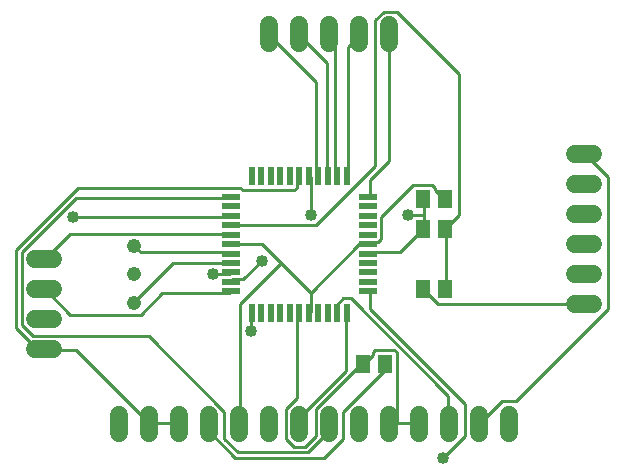
<source format=gbr>
G75*
%MOIN*%
%OFA0B0*%
%FSLAX24Y24*%
%IPPOS*%
%LPD*%
%AMOC8*
5,1,8,0,0,1.08239X$1,22.5*
%
%ADD10R,0.0512X0.0591*%
%ADD11C,0.0600*%
%ADD12C,0.0476*%
%ADD13R,0.0591X0.0197*%
%ADD14R,0.0197X0.0591*%
%ADD15C,0.0100*%
%ADD16C,0.0400*%
D10*
X013726Y015100D03*
X014474Y015100D03*
X015726Y017600D03*
X016474Y017600D03*
X016474Y019600D03*
X015726Y019600D03*
X015726Y020600D03*
X016474Y020600D03*
D11*
X020800Y020100D02*
X021400Y020100D01*
X021400Y019100D02*
X020800Y019100D01*
X020800Y018100D02*
X021400Y018100D01*
X021400Y017100D02*
X020800Y017100D01*
X018600Y013400D02*
X018600Y012800D01*
X017600Y012800D02*
X017600Y013400D01*
X016600Y013400D02*
X016600Y012800D01*
X015600Y012800D02*
X015600Y013400D01*
X014600Y013400D02*
X014600Y012800D01*
X013600Y012800D02*
X013600Y013400D01*
X012600Y013400D02*
X012600Y012800D01*
X011600Y012800D02*
X011600Y013400D01*
X010600Y013400D02*
X010600Y012800D01*
X009600Y012800D02*
X009600Y013400D01*
X008600Y013400D02*
X008600Y012800D01*
X007600Y012800D02*
X007600Y013400D01*
X006600Y013400D02*
X006600Y012800D01*
X005600Y012800D02*
X005600Y013400D01*
X003400Y015600D02*
X002800Y015600D01*
X002800Y016600D02*
X003400Y016600D01*
X003400Y017600D02*
X002800Y017600D01*
X002800Y018600D02*
X003400Y018600D01*
X010600Y025800D02*
X010600Y026400D01*
X011600Y026400D02*
X011600Y025800D01*
X012600Y025800D02*
X012600Y026400D01*
X013600Y026400D02*
X013600Y025800D01*
X014600Y025800D02*
X014600Y026400D01*
X020800Y022100D02*
X021400Y022100D01*
X021400Y021100D02*
X020800Y021100D01*
D12*
X006100Y019050D03*
X006100Y018089D03*
X006100Y017150D03*
D13*
X009317Y017525D03*
X009317Y017840D03*
X009317Y018155D03*
X009317Y018470D03*
X009317Y018785D03*
X009317Y019100D03*
X009317Y019415D03*
X009317Y019730D03*
X009317Y020045D03*
X009317Y020360D03*
X009317Y020675D03*
X013883Y020675D03*
X013883Y020360D03*
X013883Y020045D03*
X013883Y019730D03*
X013883Y019415D03*
X013883Y019100D03*
X013883Y018785D03*
X013883Y018470D03*
X013883Y018155D03*
X013883Y017840D03*
X013883Y017525D03*
D14*
X013175Y016817D03*
X012860Y016817D03*
X012545Y016817D03*
X012230Y016817D03*
X011915Y016817D03*
X011600Y016817D03*
X011285Y016817D03*
X010970Y016817D03*
X010655Y016817D03*
X010340Y016817D03*
X010025Y016817D03*
X010025Y021383D03*
X010340Y021383D03*
X010655Y021383D03*
X010970Y021383D03*
X011285Y021383D03*
X011600Y021383D03*
X011915Y021383D03*
X012230Y021383D03*
X012545Y021383D03*
X012860Y021383D03*
X013175Y021383D03*
D15*
X008650Y012790D02*
X009460Y011980D01*
X012430Y011980D01*
X013060Y012610D01*
X013060Y013510D01*
X014410Y014860D01*
X014410Y015040D01*
X014474Y015100D01*
X014050Y015400D02*
X014050Y015490D01*
X014140Y015580D01*
X014770Y015580D01*
X014860Y015490D01*
X014860Y013150D01*
X014600Y013100D01*
X014680Y013150D01*
X014860Y013150D01*
X015580Y013150D01*
X015600Y013100D01*
X016570Y013150D02*
X016600Y013100D01*
X016570Y013150D02*
X016570Y014050D01*
X013330Y017290D01*
X013060Y017290D01*
X012880Y017110D01*
X012880Y016840D01*
X012860Y016817D01*
X013150Y016750D02*
X013175Y016817D01*
X013150Y016750D02*
X013150Y014860D01*
X011620Y013330D01*
X011620Y013150D01*
X011600Y013100D01*
X011170Y012610D02*
X011170Y013600D01*
X011530Y013960D01*
X011530Y016750D01*
X011600Y016817D01*
X011915Y016817D02*
X011980Y016840D01*
X011980Y017470D01*
X010990Y018460D01*
X009640Y017110D01*
X009640Y013150D01*
X009600Y013100D01*
X009100Y013510D02*
X009100Y012610D01*
X009550Y012160D01*
X011890Y012160D01*
X012520Y012790D01*
X012520Y013060D01*
X012600Y013100D01*
X012160Y012700D02*
X012160Y013600D01*
X013690Y015130D01*
X013726Y015100D01*
X013780Y015130D01*
X014050Y015400D01*
X013960Y016930D02*
X017110Y013780D01*
X017110Y012700D01*
X016390Y011980D01*
X017600Y013100D02*
X018370Y013870D01*
X018820Y013870D01*
X021880Y016930D01*
X021880Y021340D01*
X021160Y022060D01*
X021100Y022100D01*
X016930Y020080D02*
X016480Y019630D01*
X016474Y019600D01*
X016480Y019540D01*
X016480Y017650D01*
X016474Y017600D01*
X016210Y017110D02*
X021070Y017110D01*
X021100Y017100D01*
X016930Y020080D02*
X016930Y024760D01*
X014860Y026830D01*
X014410Y026830D01*
X014140Y026560D01*
X014140Y021700D01*
X012160Y019720D01*
X009370Y019720D01*
X009317Y019730D01*
X009280Y019990D02*
X009317Y020045D01*
X009280Y019990D02*
X004060Y019990D01*
X003970Y019450D02*
X003160Y018640D01*
X003100Y018600D01*
X002350Y018820D02*
X002350Y016390D01*
X002710Y016030D01*
X006580Y016030D01*
X009100Y013510D01*
X008650Y013060D02*
X008600Y013100D01*
X008650Y013060D02*
X008650Y012790D01*
X007600Y013100D02*
X007570Y013150D01*
X006670Y013150D01*
X006600Y013100D01*
X006580Y013150D01*
X004150Y015580D01*
X003160Y015580D01*
X003100Y015600D01*
X003070Y015670D01*
X002800Y015670D01*
X002170Y016300D01*
X002170Y018910D01*
X004240Y020980D01*
X009640Y020980D01*
X009730Y020890D01*
X011440Y020890D01*
X011530Y020980D01*
X011530Y021340D01*
X011600Y021383D01*
X011915Y021383D02*
X011980Y021340D01*
X011980Y020080D01*
X012230Y021383D02*
X012160Y021430D01*
X012160Y024490D01*
X010630Y026020D01*
X010600Y026100D01*
X011600Y026100D02*
X011620Y026020D01*
X012520Y025120D01*
X012520Y021430D01*
X012545Y021383D01*
X012790Y021430D02*
X012860Y021383D01*
X012790Y021430D02*
X012790Y025840D01*
X012610Y026020D01*
X012600Y026100D01*
X013240Y025660D02*
X013600Y026020D01*
X013600Y026100D01*
X013240Y025660D02*
X013240Y021430D01*
X013175Y021383D01*
X013960Y021250D02*
X013960Y020710D01*
X013883Y020675D01*
X013960Y021250D02*
X014590Y021880D01*
X014590Y026020D01*
X014600Y026100D01*
X015400Y021070D02*
X014320Y019990D01*
X014320Y019270D01*
X014230Y019180D01*
X013960Y019180D01*
X013883Y019100D01*
X013870Y019090D01*
X013600Y019090D01*
X011980Y017470D01*
X010990Y018460D02*
X010360Y019090D01*
X009370Y019090D01*
X009317Y019100D01*
X009280Y018820D02*
X009317Y018785D01*
X009280Y018820D02*
X006310Y018820D01*
X006130Y019000D01*
X006100Y019050D01*
X007390Y018460D02*
X006130Y017200D01*
X006100Y017150D01*
X006310Y016750D02*
X003970Y016750D01*
X003160Y017560D01*
X003100Y017600D01*
X002350Y018820D02*
X004150Y020620D01*
X009280Y020620D01*
X009317Y020675D01*
X009280Y019450D02*
X009317Y019415D01*
X009280Y019450D02*
X003970Y019450D01*
X006310Y016750D02*
X007030Y017470D01*
X009280Y017470D01*
X009317Y017525D01*
X009317Y017840D02*
X009370Y017920D01*
X009730Y017920D01*
X010360Y018550D01*
X009317Y018470D02*
X009280Y018460D01*
X007390Y018460D01*
X008740Y018100D02*
X009280Y018100D01*
X009317Y018155D01*
X010025Y016817D02*
X010000Y016750D01*
X010000Y016210D01*
X013960Y016930D02*
X013960Y017470D01*
X013883Y017525D01*
X013883Y018785D02*
X013960Y018820D01*
X014950Y018820D01*
X015670Y019540D01*
X015726Y019600D01*
X015760Y019630D01*
X015760Y020080D01*
X015220Y020080D01*
X015760Y020080D02*
X015760Y020530D01*
X015726Y020600D01*
X016120Y020890D02*
X016120Y020980D01*
X016030Y021070D01*
X015400Y021070D01*
X016120Y020890D02*
X016390Y020620D01*
X016474Y020600D01*
X015726Y017600D02*
X015760Y017560D01*
X016210Y017110D01*
X012160Y012700D02*
X011800Y012340D01*
X011440Y012340D01*
X011170Y012610D01*
D16*
X010000Y016210D03*
X008740Y018100D03*
X010360Y018550D03*
X011980Y020080D03*
X015220Y020080D03*
X016390Y011980D03*
X004060Y019990D03*
M02*

</source>
